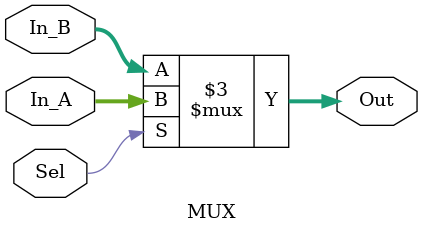
<source format=v>
module MUX (
	input[31:0] In_A,
	input[31:0] In_B,
	input Sel,
	output reg [31:0] Out
);


	always @ (In_A or In_B or Sel)
	begin
		if(Sel) Out <= In_A;
		else Out <= In_B;
	end
	
endmodule 
</source>
